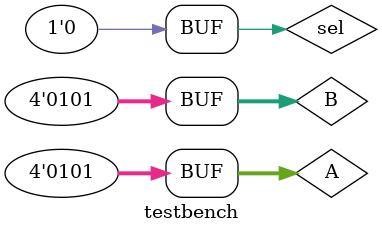
<source format=v>
`timescale 1 ns/1 ns	//time scale for simulation

module testbench;
   reg [3:0] A;
   reg [3:0] B;
   reg sel;   
   wire [3:0] RES;
   wire eq;
   wire ovf;
   alu my_alu(.A(A), .B(B), .sel(sel), .RES(RES), .eq(eq), .ovf(ovf));

   initial begin
      $dumpfile("test.vcd");
      $dumpvars(0, testbench);
      // test0: -1 + -5 = -6, eq = 0
      A = 4'b1111;
      B = 4'b1011;
      sel = 0;
      #51;
      // test1: -2 nand -2 = 1, eq = 1
      A = 4'b1110;
      B = 4'b1110;
      sel = 1;
      #51;
      // test2: -8 + -3 = 5 (ovf: should be -11), eq = 0
      A = 4'b1000;
      B = 4'b1101;
      sel = 0;
      #51;
      // test3: 5 + 5 = -6 (ovf: should be 10), eq = 1
      A = 4'b0101;
      B = 4'b0101;
      sel = 0;
      #51;
   end
endmodule

</source>
